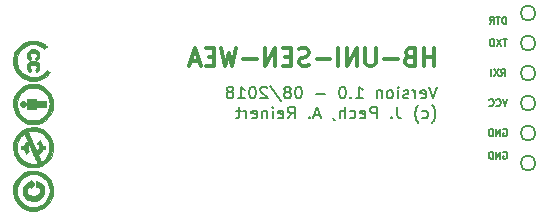
<source format=gbr>
G04 #@! TF.FileFunction,Legend,Bot*
%FSLAX46Y46*%
G04 Gerber Fmt 4.6, Leading zero omitted, Abs format (unit mm)*
G04 Created by KiCad (PCBNEW 4.0.7) date 08/08/18 17:07:12*
%MOMM*%
%LPD*%
G01*
G04 APERTURE LIST*
%ADD10C,0.100000*%
%ADD11C,0.200000*%
%ADD12C,0.300000*%
%ADD13C,0.150000*%
%ADD14C,0.010000*%
%ADD15C,2.000000*%
%ADD16O,2.000000X2.000000*%
%ADD17C,2.200000*%
%ADD18C,1.900000*%
%ADD19R,2.400000X2.400000*%
%ADD20C,2.400000*%
%ADD21C,1.750000*%
%ADD22R,3.000000X2.400000*%
%ADD23O,3.000000X2.400000*%
%ADD24O,1.900000X1.300000*%
%ADD25R,1.900000X1.300000*%
%ADD26R,1.600000X1.600000*%
%ADD27C,1.600000*%
%ADD28R,2.400000X3.000000*%
%ADD29O,2.400000X3.000000*%
G04 APERTURE END LIST*
D10*
D11*
X156114762Y-115442381D02*
X155781429Y-116442381D01*
X155448095Y-115442381D01*
X154733809Y-116394762D02*
X154829047Y-116442381D01*
X155019524Y-116442381D01*
X155114762Y-116394762D01*
X155162381Y-116299524D01*
X155162381Y-115918571D01*
X155114762Y-115823333D01*
X155019524Y-115775714D01*
X154829047Y-115775714D01*
X154733809Y-115823333D01*
X154686190Y-115918571D01*
X154686190Y-116013810D01*
X155162381Y-116109048D01*
X154257619Y-116442381D02*
X154257619Y-115775714D01*
X154257619Y-115966190D02*
X154210000Y-115870952D01*
X154162381Y-115823333D01*
X154067143Y-115775714D01*
X153971904Y-115775714D01*
X153686190Y-116394762D02*
X153590952Y-116442381D01*
X153400476Y-116442381D01*
X153305237Y-116394762D01*
X153257618Y-116299524D01*
X153257618Y-116251905D01*
X153305237Y-116156667D01*
X153400476Y-116109048D01*
X153543333Y-116109048D01*
X153638571Y-116061429D01*
X153686190Y-115966190D01*
X153686190Y-115918571D01*
X153638571Y-115823333D01*
X153543333Y-115775714D01*
X153400476Y-115775714D01*
X153305237Y-115823333D01*
X152829047Y-116442381D02*
X152829047Y-115775714D01*
X152829047Y-115442381D02*
X152876666Y-115490000D01*
X152829047Y-115537619D01*
X152781428Y-115490000D01*
X152829047Y-115442381D01*
X152829047Y-115537619D01*
X152210000Y-116442381D02*
X152305238Y-116394762D01*
X152352857Y-116347143D01*
X152400476Y-116251905D01*
X152400476Y-115966190D01*
X152352857Y-115870952D01*
X152305238Y-115823333D01*
X152210000Y-115775714D01*
X152067142Y-115775714D01*
X151971904Y-115823333D01*
X151924285Y-115870952D01*
X151876666Y-115966190D01*
X151876666Y-116251905D01*
X151924285Y-116347143D01*
X151971904Y-116394762D01*
X152067142Y-116442381D01*
X152210000Y-116442381D01*
X151448095Y-115775714D02*
X151448095Y-116442381D01*
X151448095Y-115870952D02*
X151400476Y-115823333D01*
X151305238Y-115775714D01*
X151162380Y-115775714D01*
X151067142Y-115823333D01*
X151019523Y-115918571D01*
X151019523Y-116442381D01*
X149257618Y-116442381D02*
X149829047Y-116442381D01*
X149543333Y-116442381D02*
X149543333Y-115442381D01*
X149638571Y-115585238D01*
X149733809Y-115680476D01*
X149829047Y-115728095D01*
X148829047Y-116347143D02*
X148781428Y-116394762D01*
X148829047Y-116442381D01*
X148876666Y-116394762D01*
X148829047Y-116347143D01*
X148829047Y-116442381D01*
X148162381Y-115442381D02*
X148067142Y-115442381D01*
X147971904Y-115490000D01*
X147924285Y-115537619D01*
X147876666Y-115632857D01*
X147829047Y-115823333D01*
X147829047Y-116061429D01*
X147876666Y-116251905D01*
X147924285Y-116347143D01*
X147971904Y-116394762D01*
X148067142Y-116442381D01*
X148162381Y-116442381D01*
X148257619Y-116394762D01*
X148305238Y-116347143D01*
X148352857Y-116251905D01*
X148400476Y-116061429D01*
X148400476Y-115823333D01*
X148352857Y-115632857D01*
X148305238Y-115537619D01*
X148257619Y-115490000D01*
X148162381Y-115442381D01*
X146638571Y-116061429D02*
X145876666Y-116061429D01*
X144448095Y-115442381D02*
X144352856Y-115442381D01*
X144257618Y-115490000D01*
X144209999Y-115537619D01*
X144162380Y-115632857D01*
X144114761Y-115823333D01*
X144114761Y-116061429D01*
X144162380Y-116251905D01*
X144209999Y-116347143D01*
X144257618Y-116394762D01*
X144352856Y-116442381D01*
X144448095Y-116442381D01*
X144543333Y-116394762D01*
X144590952Y-116347143D01*
X144638571Y-116251905D01*
X144686190Y-116061429D01*
X144686190Y-115823333D01*
X144638571Y-115632857D01*
X144590952Y-115537619D01*
X144543333Y-115490000D01*
X144448095Y-115442381D01*
X143543333Y-115870952D02*
X143638571Y-115823333D01*
X143686190Y-115775714D01*
X143733809Y-115680476D01*
X143733809Y-115632857D01*
X143686190Y-115537619D01*
X143638571Y-115490000D01*
X143543333Y-115442381D01*
X143352856Y-115442381D01*
X143257618Y-115490000D01*
X143209999Y-115537619D01*
X143162380Y-115632857D01*
X143162380Y-115680476D01*
X143209999Y-115775714D01*
X143257618Y-115823333D01*
X143352856Y-115870952D01*
X143543333Y-115870952D01*
X143638571Y-115918571D01*
X143686190Y-115966190D01*
X143733809Y-116061429D01*
X143733809Y-116251905D01*
X143686190Y-116347143D01*
X143638571Y-116394762D01*
X143543333Y-116442381D01*
X143352856Y-116442381D01*
X143257618Y-116394762D01*
X143209999Y-116347143D01*
X143162380Y-116251905D01*
X143162380Y-116061429D01*
X143209999Y-115966190D01*
X143257618Y-115918571D01*
X143352856Y-115870952D01*
X142019523Y-115394762D02*
X142876666Y-116680476D01*
X141733809Y-115537619D02*
X141686190Y-115490000D01*
X141590952Y-115442381D01*
X141352856Y-115442381D01*
X141257618Y-115490000D01*
X141209999Y-115537619D01*
X141162380Y-115632857D01*
X141162380Y-115728095D01*
X141209999Y-115870952D01*
X141781428Y-116442381D01*
X141162380Y-116442381D01*
X140543333Y-115442381D02*
X140448094Y-115442381D01*
X140352856Y-115490000D01*
X140305237Y-115537619D01*
X140257618Y-115632857D01*
X140209999Y-115823333D01*
X140209999Y-116061429D01*
X140257618Y-116251905D01*
X140305237Y-116347143D01*
X140352856Y-116394762D01*
X140448094Y-116442381D01*
X140543333Y-116442381D01*
X140638571Y-116394762D01*
X140686190Y-116347143D01*
X140733809Y-116251905D01*
X140781428Y-116061429D01*
X140781428Y-115823333D01*
X140733809Y-115632857D01*
X140686190Y-115537619D01*
X140638571Y-115490000D01*
X140543333Y-115442381D01*
X139257618Y-116442381D02*
X139829047Y-116442381D01*
X139543333Y-116442381D02*
X139543333Y-115442381D01*
X139638571Y-115585238D01*
X139733809Y-115680476D01*
X139829047Y-115728095D01*
X138686190Y-115870952D02*
X138781428Y-115823333D01*
X138829047Y-115775714D01*
X138876666Y-115680476D01*
X138876666Y-115632857D01*
X138829047Y-115537619D01*
X138781428Y-115490000D01*
X138686190Y-115442381D01*
X138495713Y-115442381D01*
X138400475Y-115490000D01*
X138352856Y-115537619D01*
X138305237Y-115632857D01*
X138305237Y-115680476D01*
X138352856Y-115775714D01*
X138400475Y-115823333D01*
X138495713Y-115870952D01*
X138686190Y-115870952D01*
X138781428Y-115918571D01*
X138829047Y-115966190D01*
X138876666Y-116061429D01*
X138876666Y-116251905D01*
X138829047Y-116347143D01*
X138781428Y-116394762D01*
X138686190Y-116442381D01*
X138495713Y-116442381D01*
X138400475Y-116394762D01*
X138352856Y-116347143D01*
X138305237Y-116251905D01*
X138305237Y-116061429D01*
X138352856Y-115966190D01*
X138400475Y-115918571D01*
X138495713Y-115870952D01*
X155686190Y-118523333D02*
X155733810Y-118475714D01*
X155829048Y-118332857D01*
X155876667Y-118237619D01*
X155924286Y-118094762D01*
X155971905Y-117856667D01*
X155971905Y-117666190D01*
X155924286Y-117428095D01*
X155876667Y-117285238D01*
X155829048Y-117190000D01*
X155733810Y-117047143D01*
X155686190Y-116999524D01*
X154876666Y-118094762D02*
X154971904Y-118142381D01*
X155162381Y-118142381D01*
X155257619Y-118094762D01*
X155305238Y-118047143D01*
X155352857Y-117951905D01*
X155352857Y-117666190D01*
X155305238Y-117570952D01*
X155257619Y-117523333D01*
X155162381Y-117475714D01*
X154971904Y-117475714D01*
X154876666Y-117523333D01*
X154543333Y-118523333D02*
X154495714Y-118475714D01*
X154400476Y-118332857D01*
X154352857Y-118237619D01*
X154305238Y-118094762D01*
X154257619Y-117856667D01*
X154257619Y-117666190D01*
X154305238Y-117428095D01*
X154352857Y-117285238D01*
X154400476Y-117190000D01*
X154495714Y-117047143D01*
X154543333Y-116999524D01*
X152733808Y-117142381D02*
X152733808Y-117856667D01*
X152781428Y-117999524D01*
X152876666Y-118094762D01*
X153019523Y-118142381D01*
X153114761Y-118142381D01*
X152257618Y-118047143D02*
X152209999Y-118094762D01*
X152257618Y-118142381D01*
X152305237Y-118094762D01*
X152257618Y-118047143D01*
X152257618Y-118142381D01*
X151019523Y-118142381D02*
X151019523Y-117142381D01*
X150638570Y-117142381D01*
X150543332Y-117190000D01*
X150495713Y-117237619D01*
X150448094Y-117332857D01*
X150448094Y-117475714D01*
X150495713Y-117570952D01*
X150543332Y-117618571D01*
X150638570Y-117666190D01*
X151019523Y-117666190D01*
X149638570Y-118094762D02*
X149733808Y-118142381D01*
X149924285Y-118142381D01*
X150019523Y-118094762D01*
X150067142Y-117999524D01*
X150067142Y-117618571D01*
X150019523Y-117523333D01*
X149924285Y-117475714D01*
X149733808Y-117475714D01*
X149638570Y-117523333D01*
X149590951Y-117618571D01*
X149590951Y-117713810D01*
X150067142Y-117809048D01*
X148733808Y-118094762D02*
X148829046Y-118142381D01*
X149019523Y-118142381D01*
X149114761Y-118094762D01*
X149162380Y-118047143D01*
X149209999Y-117951905D01*
X149209999Y-117666190D01*
X149162380Y-117570952D01*
X149114761Y-117523333D01*
X149019523Y-117475714D01*
X148829046Y-117475714D01*
X148733808Y-117523333D01*
X148305237Y-118142381D02*
X148305237Y-117142381D01*
X147876665Y-118142381D02*
X147876665Y-117618571D01*
X147924284Y-117523333D01*
X148019522Y-117475714D01*
X148162380Y-117475714D01*
X148257618Y-117523333D01*
X148305237Y-117570952D01*
X147352856Y-118094762D02*
X147352856Y-118142381D01*
X147400475Y-118237619D01*
X147448094Y-118285238D01*
X146209999Y-117856667D02*
X145733808Y-117856667D01*
X146305237Y-118142381D02*
X145971904Y-117142381D01*
X145638570Y-118142381D01*
X145305237Y-118047143D02*
X145257618Y-118094762D01*
X145305237Y-118142381D01*
X145352856Y-118094762D01*
X145305237Y-118047143D01*
X145305237Y-118142381D01*
X143495713Y-118142381D02*
X143829047Y-117666190D01*
X144067142Y-118142381D02*
X144067142Y-117142381D01*
X143686189Y-117142381D01*
X143590951Y-117190000D01*
X143543332Y-117237619D01*
X143495713Y-117332857D01*
X143495713Y-117475714D01*
X143543332Y-117570952D01*
X143590951Y-117618571D01*
X143686189Y-117666190D01*
X144067142Y-117666190D01*
X142686189Y-118094762D02*
X142781427Y-118142381D01*
X142971904Y-118142381D01*
X143067142Y-118094762D01*
X143114761Y-117999524D01*
X143114761Y-117618571D01*
X143067142Y-117523333D01*
X142971904Y-117475714D01*
X142781427Y-117475714D01*
X142686189Y-117523333D01*
X142638570Y-117618571D01*
X142638570Y-117713810D01*
X143114761Y-117809048D01*
X142209999Y-118142381D02*
X142209999Y-117475714D01*
X142209999Y-117142381D02*
X142257618Y-117190000D01*
X142209999Y-117237619D01*
X142162380Y-117190000D01*
X142209999Y-117142381D01*
X142209999Y-117237619D01*
X141733809Y-117475714D02*
X141733809Y-118142381D01*
X141733809Y-117570952D02*
X141686190Y-117523333D01*
X141590952Y-117475714D01*
X141448094Y-117475714D01*
X141352856Y-117523333D01*
X141305237Y-117618571D01*
X141305237Y-118142381D01*
X140448094Y-118094762D02*
X140543332Y-118142381D01*
X140733809Y-118142381D01*
X140829047Y-118094762D01*
X140876666Y-117999524D01*
X140876666Y-117618571D01*
X140829047Y-117523333D01*
X140733809Y-117475714D01*
X140543332Y-117475714D01*
X140448094Y-117523333D01*
X140400475Y-117618571D01*
X140400475Y-117713810D01*
X140876666Y-117809048D01*
X139971904Y-118142381D02*
X139971904Y-117475714D01*
X139971904Y-117666190D02*
X139924285Y-117570952D01*
X139876666Y-117523333D01*
X139781428Y-117475714D01*
X139686189Y-117475714D01*
X139495713Y-117475714D02*
X139114761Y-117475714D01*
X139352856Y-117142381D02*
X139352856Y-117999524D01*
X139305237Y-118094762D01*
X139209999Y-118142381D01*
X139114761Y-118142381D01*
D12*
X155852857Y-113708571D02*
X155852857Y-112208571D01*
X155852857Y-112922857D02*
X154995714Y-112922857D01*
X154995714Y-113708571D02*
X154995714Y-112208571D01*
X153781428Y-112922857D02*
X153567142Y-112994286D01*
X153495714Y-113065714D01*
X153424285Y-113208571D01*
X153424285Y-113422857D01*
X153495714Y-113565714D01*
X153567142Y-113637143D01*
X153710000Y-113708571D01*
X154281428Y-113708571D01*
X154281428Y-112208571D01*
X153781428Y-112208571D01*
X153638571Y-112280000D01*
X153567142Y-112351429D01*
X153495714Y-112494286D01*
X153495714Y-112637143D01*
X153567142Y-112780000D01*
X153638571Y-112851429D01*
X153781428Y-112922857D01*
X154281428Y-112922857D01*
X152781428Y-113137143D02*
X151638571Y-113137143D01*
X150924285Y-112208571D02*
X150924285Y-113422857D01*
X150852857Y-113565714D01*
X150781428Y-113637143D01*
X150638571Y-113708571D01*
X150352857Y-113708571D01*
X150209999Y-113637143D01*
X150138571Y-113565714D01*
X150067142Y-113422857D01*
X150067142Y-112208571D01*
X149352856Y-113708571D02*
X149352856Y-112208571D01*
X148495713Y-113708571D01*
X148495713Y-112208571D01*
X147781427Y-113708571D02*
X147781427Y-112208571D01*
X147067141Y-113137143D02*
X145924284Y-113137143D01*
X145281427Y-113637143D02*
X145067141Y-113708571D01*
X144709998Y-113708571D01*
X144567141Y-113637143D01*
X144495712Y-113565714D01*
X144424284Y-113422857D01*
X144424284Y-113280000D01*
X144495712Y-113137143D01*
X144567141Y-113065714D01*
X144709998Y-112994286D01*
X144995712Y-112922857D01*
X145138570Y-112851429D01*
X145209998Y-112780000D01*
X145281427Y-112637143D01*
X145281427Y-112494286D01*
X145209998Y-112351429D01*
X145138570Y-112280000D01*
X144995712Y-112208571D01*
X144638570Y-112208571D01*
X144424284Y-112280000D01*
X143781427Y-112922857D02*
X143281427Y-112922857D01*
X143067141Y-113708571D02*
X143781427Y-113708571D01*
X143781427Y-112208571D01*
X143067141Y-112208571D01*
X142424284Y-113708571D02*
X142424284Y-112208571D01*
X141567141Y-113708571D01*
X141567141Y-112208571D01*
X140852855Y-113137143D02*
X139709998Y-113137143D01*
X139138569Y-112208571D02*
X138781426Y-113708571D01*
X138495712Y-112637143D01*
X138209998Y-113708571D01*
X137852855Y-112208571D01*
X137281426Y-112922857D02*
X136781426Y-112922857D01*
X136567140Y-113708571D02*
X137281426Y-113708571D01*
X137281426Y-112208571D01*
X136567140Y-112208571D01*
X135995712Y-113280000D02*
X135281426Y-113280000D01*
X136138569Y-113708571D02*
X135638569Y-112208571D01*
X135138569Y-113708571D01*
D13*
X164465000Y-121920000D02*
G75*
G03X164465000Y-121920000I-635000J0D01*
G01*
X164465000Y-119380000D02*
G75*
G03X164465000Y-119380000I-635000J0D01*
G01*
X164465000Y-116840000D02*
G75*
G03X164465000Y-116840000I-635000J0D01*
G01*
X164465000Y-114300000D02*
G75*
G03X164465000Y-114300000I-635000J0D01*
G01*
X164465000Y-111760000D02*
G75*
G03X164465000Y-111760000I-635000J0D01*
G01*
X164465000Y-109220000D02*
G75*
G03X164465000Y-109220000I-635000J0D01*
G01*
D14*
G36*
X120254312Y-113535452D02*
X120295462Y-113733725D01*
X120307223Y-113772947D01*
X120396488Y-113996600D01*
X120515744Y-114205349D01*
X120661676Y-114395466D01*
X120830969Y-114563224D01*
X121020308Y-114704896D01*
X121226376Y-114816755D01*
X121241794Y-114823569D01*
X121461758Y-114900890D01*
X121691675Y-114947461D01*
X121926356Y-114963699D01*
X122160611Y-114950018D01*
X122389251Y-114906832D01*
X122607086Y-114834558D01*
X122808927Y-114733610D01*
X122872500Y-114693158D01*
X123060499Y-114545482D01*
X123225048Y-114373962D01*
X123364516Y-114182515D01*
X123477273Y-113975059D01*
X123561687Y-113755508D01*
X123616128Y-113527781D01*
X123638963Y-113295793D01*
X123628563Y-113063461D01*
X123606684Y-112930214D01*
X123537314Y-112683817D01*
X123436971Y-112456250D01*
X123306071Y-112248147D01*
X123145030Y-112060147D01*
X122954264Y-111892887D01*
X122905947Y-111857217D01*
X122704507Y-111735062D01*
X122487448Y-111643556D01*
X122259383Y-111583224D01*
X122024923Y-111554591D01*
X121908593Y-111556359D01*
X121908593Y-111862428D01*
X122116538Y-111874262D01*
X122321799Y-111918908D01*
X122521129Y-111996584D01*
X122711280Y-112107504D01*
X122788910Y-112165075D01*
X122945609Y-112311697D01*
X123080442Y-112483365D01*
X123189028Y-112673330D01*
X123266981Y-112874840D01*
X123279867Y-112921143D01*
X123305972Y-113065770D01*
X123316701Y-113228004D01*
X123312064Y-113393053D01*
X123292073Y-113546124D01*
X123279329Y-113602419D01*
X123227458Y-113755551D01*
X123152836Y-113914941D01*
X123062765Y-114066515D01*
X122981597Y-114176193D01*
X122831264Y-114329816D01*
X122660698Y-114455176D01*
X122473611Y-114551275D01*
X122273716Y-114617110D01*
X122064726Y-114651683D01*
X121850353Y-114653992D01*
X121634311Y-114623039D01*
X121481748Y-114580254D01*
X121307824Y-114507027D01*
X121147429Y-114408761D01*
X120993287Y-114280733D01*
X120940286Y-114228849D01*
X120796997Y-114060604D01*
X120686805Y-113879645D01*
X120608596Y-113683463D01*
X120561257Y-113469551D01*
X120548054Y-113344553D01*
X120550118Y-113121060D01*
X120586944Y-112905847D01*
X120657550Y-112701546D01*
X120760951Y-112510792D01*
X120896166Y-112336218D01*
X120942288Y-112287894D01*
X121114934Y-112138903D01*
X121301135Y-112021645D01*
X121497644Y-111936336D01*
X121701212Y-111883191D01*
X121908593Y-111862428D01*
X121908593Y-111556359D01*
X121788677Y-111558183D01*
X121555259Y-111594524D01*
X121329279Y-111664141D01*
X121303143Y-111674648D01*
X121082588Y-111784284D01*
X120880959Y-111922148D01*
X120701273Y-112085087D01*
X120546549Y-112269946D01*
X120419804Y-112473573D01*
X120324055Y-112692813D01*
X120321314Y-112700695D01*
X120270102Y-112894384D01*
X120241771Y-113105157D01*
X120236461Y-113322387D01*
X120254312Y-113535452D01*
X120254312Y-113535452D01*
G37*
X120254312Y-113535452D02*
X120295462Y-113733725D01*
X120307223Y-113772947D01*
X120396488Y-113996600D01*
X120515744Y-114205349D01*
X120661676Y-114395466D01*
X120830969Y-114563224D01*
X121020308Y-114704896D01*
X121226376Y-114816755D01*
X121241794Y-114823569D01*
X121461758Y-114900890D01*
X121691675Y-114947461D01*
X121926356Y-114963699D01*
X122160611Y-114950018D01*
X122389251Y-114906832D01*
X122607086Y-114834558D01*
X122808927Y-114733610D01*
X122872500Y-114693158D01*
X123060499Y-114545482D01*
X123225048Y-114373962D01*
X123364516Y-114182515D01*
X123477273Y-113975059D01*
X123561687Y-113755508D01*
X123616128Y-113527781D01*
X123638963Y-113295793D01*
X123628563Y-113063461D01*
X123606684Y-112930214D01*
X123537314Y-112683817D01*
X123436971Y-112456250D01*
X123306071Y-112248147D01*
X123145030Y-112060147D01*
X122954264Y-111892887D01*
X122905947Y-111857217D01*
X122704507Y-111735062D01*
X122487448Y-111643556D01*
X122259383Y-111583224D01*
X122024923Y-111554591D01*
X121908593Y-111556359D01*
X121908593Y-111862428D01*
X122116538Y-111874262D01*
X122321799Y-111918908D01*
X122521129Y-111996584D01*
X122711280Y-112107504D01*
X122788910Y-112165075D01*
X122945609Y-112311697D01*
X123080442Y-112483365D01*
X123189028Y-112673330D01*
X123266981Y-112874840D01*
X123279867Y-112921143D01*
X123305972Y-113065770D01*
X123316701Y-113228004D01*
X123312064Y-113393053D01*
X123292073Y-113546124D01*
X123279329Y-113602419D01*
X123227458Y-113755551D01*
X123152836Y-113914941D01*
X123062765Y-114066515D01*
X122981597Y-114176193D01*
X122831264Y-114329816D01*
X122660698Y-114455176D01*
X122473611Y-114551275D01*
X122273716Y-114617110D01*
X122064726Y-114651683D01*
X121850353Y-114653992D01*
X121634311Y-114623039D01*
X121481748Y-114580254D01*
X121307824Y-114507027D01*
X121147429Y-114408761D01*
X120993287Y-114280733D01*
X120940286Y-114228849D01*
X120796997Y-114060604D01*
X120686805Y-113879645D01*
X120608596Y-113683463D01*
X120561257Y-113469551D01*
X120548054Y-113344553D01*
X120550118Y-113121060D01*
X120586944Y-112905847D01*
X120657550Y-112701546D01*
X120760951Y-112510792D01*
X120896166Y-112336218D01*
X120942288Y-112287894D01*
X121114934Y-112138903D01*
X121301135Y-112021645D01*
X121497644Y-111936336D01*
X121701212Y-111883191D01*
X121908593Y-111862428D01*
X121908593Y-111556359D01*
X121788677Y-111558183D01*
X121555259Y-111594524D01*
X121329279Y-111664141D01*
X121303143Y-111674648D01*
X121082588Y-111784284D01*
X120880959Y-111922148D01*
X120701273Y-112085087D01*
X120546549Y-112269946D01*
X120419804Y-112473573D01*
X120324055Y-112692813D01*
X120321314Y-112700695D01*
X120270102Y-112894384D01*
X120241771Y-113105157D01*
X120236461Y-113322387D01*
X120254312Y-113535452D01*
G36*
X120243740Y-117108857D02*
X120282254Y-117341921D01*
X120351186Y-117565231D01*
X120441776Y-117758167D01*
X120577559Y-117965262D01*
X120738907Y-118148630D01*
X120922913Y-118306030D01*
X121126671Y-118435226D01*
X121347273Y-118533976D01*
X121515390Y-118585088D01*
X121655681Y-118610319D01*
X121817520Y-118624147D01*
X121988210Y-118626565D01*
X122155057Y-118617568D01*
X122305362Y-118597151D01*
X122359225Y-118585485D01*
X122582520Y-118514129D01*
X122786300Y-118414260D01*
X122974705Y-118283477D01*
X123137600Y-118134220D01*
X123304306Y-117938796D01*
X123437926Y-117729216D01*
X123539542Y-117503543D01*
X123599217Y-117307278D01*
X123617202Y-117206423D01*
X123629235Y-117082220D01*
X123634997Y-116947166D01*
X123634170Y-116813759D01*
X123626436Y-116694495D01*
X123616588Y-116625315D01*
X123557328Y-116393869D01*
X123471066Y-116182246D01*
X123355249Y-115985791D01*
X123207321Y-115799853D01*
X123105764Y-115694956D01*
X122921506Y-115536714D01*
X122728922Y-115412130D01*
X122523741Y-115318803D01*
X122336289Y-115262269D01*
X122226727Y-115243083D01*
X122093881Y-115230683D01*
X121949675Y-115225246D01*
X121942607Y-115225329D01*
X121942607Y-115533833D01*
X122098655Y-115540785D01*
X122239429Y-115561872D01*
X122264413Y-115567759D01*
X122468893Y-115637796D01*
X122661730Y-115740177D01*
X122837767Y-115871546D01*
X122991846Y-116028544D01*
X123014066Y-116055754D01*
X123097798Y-116167294D01*
X123161164Y-116268413D01*
X123211442Y-116372187D01*
X123254699Y-116488068D01*
X123304973Y-116692010D01*
X123324120Y-116906315D01*
X123311855Y-117122231D01*
X123280751Y-117284357D01*
X123214796Y-117473539D01*
X123117656Y-117655961D01*
X122994171Y-117825741D01*
X122849184Y-117976997D01*
X122687536Y-118103847D01*
X122534403Y-118191063D01*
X122409954Y-118244638D01*
X122294559Y-118281418D01*
X122176070Y-118303965D01*
X122042342Y-118314841D01*
X121938143Y-118316875D01*
X121793101Y-118313507D01*
X121671094Y-118300754D01*
X121559453Y-118275699D01*
X121445509Y-118235428D01*
X121316592Y-118177025D01*
X121304353Y-118171040D01*
X121226167Y-118130667D01*
X121161933Y-118091559D01*
X121102107Y-118046552D01*
X121037143Y-117988483D01*
X120959639Y-117912346D01*
X120869968Y-117818358D01*
X120801951Y-117737310D01*
X120748449Y-117660057D01*
X120710206Y-117592750D01*
X120621140Y-117384782D01*
X120565986Y-117168369D01*
X120545044Y-116947566D01*
X120558611Y-116726423D01*
X120606987Y-116508993D01*
X120625982Y-116451655D01*
X120709450Y-116268441D01*
X120823950Y-116095247D01*
X120964614Y-115936817D01*
X121126574Y-115797898D01*
X121304961Y-115683236D01*
X121494907Y-115597576D01*
X121506211Y-115593585D01*
X121634047Y-115560653D01*
X121783625Y-115540596D01*
X121942607Y-115533833D01*
X121942607Y-115225329D01*
X121806033Y-115226948D01*
X121674880Y-115235964D01*
X121574842Y-115251011D01*
X121348721Y-115317124D01*
X121133389Y-115415819D01*
X120932646Y-115544072D01*
X120750295Y-115698858D01*
X120590137Y-115877153D01*
X120455976Y-116075931D01*
X120396965Y-116188022D01*
X120312255Y-116405621D01*
X120258585Y-116635258D01*
X120235798Y-116871486D01*
X120243740Y-117108857D01*
X120243740Y-117108857D01*
G37*
X120243740Y-117108857D02*
X120282254Y-117341921D01*
X120351186Y-117565231D01*
X120441776Y-117758167D01*
X120577559Y-117965262D01*
X120738907Y-118148630D01*
X120922913Y-118306030D01*
X121126671Y-118435226D01*
X121347273Y-118533976D01*
X121515390Y-118585088D01*
X121655681Y-118610319D01*
X121817520Y-118624147D01*
X121988210Y-118626565D01*
X122155057Y-118617568D01*
X122305362Y-118597151D01*
X122359225Y-118585485D01*
X122582520Y-118514129D01*
X122786300Y-118414260D01*
X122974705Y-118283477D01*
X123137600Y-118134220D01*
X123304306Y-117938796D01*
X123437926Y-117729216D01*
X123539542Y-117503543D01*
X123599217Y-117307278D01*
X123617202Y-117206423D01*
X123629235Y-117082220D01*
X123634997Y-116947166D01*
X123634170Y-116813759D01*
X123626436Y-116694495D01*
X123616588Y-116625315D01*
X123557328Y-116393869D01*
X123471066Y-116182246D01*
X123355249Y-115985791D01*
X123207321Y-115799853D01*
X123105764Y-115694956D01*
X122921506Y-115536714D01*
X122728922Y-115412130D01*
X122523741Y-115318803D01*
X122336289Y-115262269D01*
X122226727Y-115243083D01*
X122093881Y-115230683D01*
X121949675Y-115225246D01*
X121942607Y-115225329D01*
X121942607Y-115533833D01*
X122098655Y-115540785D01*
X122239429Y-115561872D01*
X122264413Y-115567759D01*
X122468893Y-115637796D01*
X122661730Y-115740177D01*
X122837767Y-115871546D01*
X122991846Y-116028544D01*
X123014066Y-116055754D01*
X123097798Y-116167294D01*
X123161164Y-116268413D01*
X123211442Y-116372187D01*
X123254699Y-116488068D01*
X123304973Y-116692010D01*
X123324120Y-116906315D01*
X123311855Y-117122231D01*
X123280751Y-117284357D01*
X123214796Y-117473539D01*
X123117656Y-117655961D01*
X122994171Y-117825741D01*
X122849184Y-117976997D01*
X122687536Y-118103847D01*
X122534403Y-118191063D01*
X122409954Y-118244638D01*
X122294559Y-118281418D01*
X122176070Y-118303965D01*
X122042342Y-118314841D01*
X121938143Y-118316875D01*
X121793101Y-118313507D01*
X121671094Y-118300754D01*
X121559453Y-118275699D01*
X121445509Y-118235428D01*
X121316592Y-118177025D01*
X121304353Y-118171040D01*
X121226167Y-118130667D01*
X121161933Y-118091559D01*
X121102107Y-118046552D01*
X121037143Y-117988483D01*
X120959639Y-117912346D01*
X120869968Y-117818358D01*
X120801951Y-117737310D01*
X120748449Y-117660057D01*
X120710206Y-117592750D01*
X120621140Y-117384782D01*
X120565986Y-117168369D01*
X120545044Y-116947566D01*
X120558611Y-116726423D01*
X120606987Y-116508993D01*
X120625982Y-116451655D01*
X120709450Y-116268441D01*
X120823950Y-116095247D01*
X120964614Y-115936817D01*
X121126574Y-115797898D01*
X121304961Y-115683236D01*
X121494907Y-115597576D01*
X121506211Y-115593585D01*
X121634047Y-115560653D01*
X121783625Y-115540596D01*
X121942607Y-115533833D01*
X121942607Y-115225329D01*
X121806033Y-115226948D01*
X121674880Y-115235964D01*
X121574842Y-115251011D01*
X121348721Y-115317124D01*
X121133389Y-115415819D01*
X120932646Y-115544072D01*
X120750295Y-115698858D01*
X120590137Y-115877153D01*
X120455976Y-116075931D01*
X120396965Y-116188022D01*
X120312255Y-116405621D01*
X120258585Y-116635258D01*
X120235798Y-116871486D01*
X120243740Y-117108857D01*
G36*
X120242048Y-120749497D02*
X120279157Y-120984964D01*
X120346043Y-121211241D01*
X120442012Y-121422838D01*
X120503755Y-121526126D01*
X120654803Y-121725099D01*
X120829231Y-121897477D01*
X121024674Y-122041565D01*
X121238767Y-122155670D01*
X121469145Y-122238097D01*
X121514017Y-122249902D01*
X121657181Y-122275828D01*
X121821654Y-122289851D01*
X121994642Y-122291966D01*
X122163350Y-122282170D01*
X122314984Y-122260455D01*
X122360896Y-122250228D01*
X122581014Y-122180023D01*
X122781150Y-122082718D01*
X122966302Y-121955384D01*
X123141468Y-121795096D01*
X123145952Y-121790444D01*
X123291149Y-121624178D01*
X123406251Y-121456865D01*
X123496649Y-121279883D01*
X123546876Y-121149276D01*
X123607526Y-120920011D01*
X123637256Y-120682941D01*
X123635379Y-120446738D01*
X123615000Y-120287143D01*
X123556381Y-120061831D01*
X123465550Y-119845807D01*
X123345774Y-119642824D01*
X123200321Y-119456631D01*
X123032458Y-119290980D01*
X122845453Y-119149622D01*
X122642574Y-119036308D01*
X122464286Y-118966183D01*
X122349110Y-118932458D01*
X122243330Y-118909760D01*
X122135805Y-118896773D01*
X122015390Y-118892183D01*
X121932653Y-118893609D01*
X121932653Y-119198886D01*
X122109028Y-119207432D01*
X122265411Y-119234328D01*
X122414643Y-119282478D01*
X122527786Y-119333379D01*
X122726105Y-119450747D01*
X122897745Y-119592631D01*
X123043399Y-119759726D01*
X123163761Y-119952726D01*
X123182654Y-119989985D01*
X123233919Y-120101604D01*
X123270444Y-120201625D01*
X123294190Y-120300093D01*
X123307115Y-120407052D01*
X123311182Y-120532548D01*
X123309701Y-120640928D01*
X123305462Y-120756783D01*
X123298873Y-120845421D01*
X123288794Y-120915889D01*
X123274087Y-120977236D01*
X123262897Y-121012465D01*
X123198043Y-121177452D01*
X123121601Y-121320614D01*
X123026262Y-121453674D01*
X122904717Y-121588352D01*
X122902105Y-121591005D01*
X122820668Y-121669337D01*
X122746668Y-121732461D01*
X122684215Y-121777432D01*
X122637421Y-121801307D01*
X122610396Y-121801142D01*
X122609619Y-121800431D01*
X122597732Y-121779710D01*
X122574544Y-121732457D01*
X122543012Y-121665282D01*
X122506097Y-121584792D01*
X122466758Y-121497595D01*
X122427955Y-121410300D01*
X122392646Y-121329516D01*
X122363792Y-121261849D01*
X122344352Y-121213909D01*
X122337286Y-121192347D01*
X122352531Y-121178463D01*
X122389726Y-121161458D01*
X122394635Y-121159700D01*
X122493238Y-121106869D01*
X122578617Y-121024408D01*
X122646175Y-120917931D01*
X122689775Y-120799208D01*
X122711694Y-120713500D01*
X122837454Y-120711376D01*
X122963214Y-120709253D01*
X122963214Y-120513928D01*
X122704660Y-120503358D01*
X122692589Y-120396666D01*
X122671440Y-120301675D01*
X122631814Y-120196910D01*
X122580683Y-120098461D01*
X122535597Y-120034366D01*
X122498461Y-119990231D01*
X122377841Y-120110851D01*
X122257222Y-120231471D01*
X122296367Y-120273140D01*
X122346820Y-120344844D01*
X122384262Y-120433433D01*
X122407079Y-120529297D01*
X122413657Y-120622826D01*
X122402382Y-120704408D01*
X122377629Y-120757083D01*
X122349061Y-120786772D01*
X122312767Y-120800706D01*
X122254737Y-120804214D01*
X122253720Y-120804214D01*
X122199130Y-120802109D01*
X122167513Y-120791140D01*
X122145605Y-120764323D01*
X122133102Y-120740714D01*
X122108646Y-120689855D01*
X122073905Y-120614545D01*
X122030654Y-120518873D01*
X121980670Y-120406926D01*
X121925728Y-120282793D01*
X121867603Y-120150560D01*
X121808071Y-120014315D01*
X121748907Y-119878145D01*
X121691887Y-119746140D01*
X121638787Y-119622385D01*
X121591382Y-119510969D01*
X121551448Y-119415980D01*
X121520760Y-119341505D01*
X121501094Y-119291631D01*
X121494225Y-119270446D01*
X121494300Y-119270079D01*
X121520329Y-119254594D01*
X121574686Y-119238846D01*
X121649442Y-119224123D01*
X121736675Y-119211712D01*
X121828456Y-119202899D01*
X121916861Y-119198974D01*
X121932653Y-119198886D01*
X121932653Y-118893609D01*
X121870944Y-118894673D01*
X121861368Y-118895016D01*
X121631914Y-118915045D01*
X121425014Y-118958987D01*
X121233979Y-119029269D01*
X121165202Y-119066729D01*
X121165202Y-119434630D01*
X121181931Y-119450166D01*
X121206615Y-119490722D01*
X121233932Y-119547544D01*
X121234139Y-119548022D01*
X121261798Y-119611491D01*
X121298991Y-119696129D01*
X121340452Y-119789976D01*
X121373920Y-119865374D01*
X121464776Y-120069534D01*
X121392787Y-120106260D01*
X121304738Y-120171479D01*
X121234984Y-120267788D01*
X121183778Y-120394796D01*
X121168355Y-120454964D01*
X121160755Y-120481079D01*
X121146700Y-120495997D01*
X121117547Y-120502850D01*
X121064657Y-120504769D01*
X121030654Y-120504857D01*
X120904000Y-120504857D01*
X120904000Y-120704428D01*
X121156356Y-120704428D01*
X121167508Y-120772464D01*
X121186662Y-120855114D01*
X121216024Y-120943444D01*
X121250534Y-121024314D01*
X121285133Y-121084584D01*
X121290297Y-121091385D01*
X121330357Y-121141383D01*
X121546463Y-120922621D01*
X121504717Y-120836696D01*
X121470182Y-120744013D01*
X121454011Y-120651475D01*
X121455488Y-120565922D01*
X121473896Y-120494195D01*
X121508519Y-120443134D01*
X121548204Y-120421560D01*
X121589064Y-120417920D01*
X121611973Y-120425450D01*
X121622779Y-120445220D01*
X121646267Y-120494075D01*
X121680610Y-120567903D01*
X121723976Y-120662596D01*
X121774538Y-120774046D01*
X121830464Y-120898142D01*
X121889927Y-121030775D01*
X121951096Y-121167837D01*
X122012142Y-121305218D01*
X122071236Y-121438809D01*
X122126547Y-121564501D01*
X122176248Y-121678184D01*
X122218508Y-121775750D01*
X122251498Y-121853089D01*
X122273388Y-121906091D01*
X122282349Y-121930649D01*
X122282469Y-121931492D01*
X122267183Y-121949742D01*
X122232964Y-121962829D01*
X122070735Y-121985011D01*
X121892093Y-121987527D01*
X121710588Y-121971174D01*
X121539770Y-121936753D01*
X121478069Y-121918303D01*
X121305202Y-121843341D01*
X121137790Y-121737572D01*
X120981628Y-121606473D01*
X120842512Y-121455522D01*
X120726238Y-121290195D01*
X120644693Y-121130748D01*
X120578972Y-120928792D01*
X120545900Y-120717543D01*
X120545022Y-120502563D01*
X120575881Y-120289415D01*
X120638022Y-120083661D01*
X120730989Y-119890866D01*
X120748688Y-119861601D01*
X120787976Y-119805957D01*
X120841620Y-119739994D01*
X120904270Y-119669194D01*
X120970576Y-119599044D01*
X121035187Y-119535028D01*
X121092754Y-119482631D01*
X121137925Y-119447338D01*
X121165202Y-119434630D01*
X121165202Y-119066729D01*
X121052123Y-119128319D01*
X120883302Y-119250043D01*
X120722592Y-119396739D01*
X120578384Y-119563283D01*
X120455939Y-119742318D01*
X120360517Y-119926489D01*
X120316319Y-120042846D01*
X120259936Y-120272949D01*
X120235410Y-120510329D01*
X120242048Y-120749497D01*
X120242048Y-120749497D01*
G37*
X120242048Y-120749497D02*
X120279157Y-120984964D01*
X120346043Y-121211241D01*
X120442012Y-121422838D01*
X120503755Y-121526126D01*
X120654803Y-121725099D01*
X120829231Y-121897477D01*
X121024674Y-122041565D01*
X121238767Y-122155670D01*
X121469145Y-122238097D01*
X121514017Y-122249902D01*
X121657181Y-122275828D01*
X121821654Y-122289851D01*
X121994642Y-122291966D01*
X122163350Y-122282170D01*
X122314984Y-122260455D01*
X122360896Y-122250228D01*
X122581014Y-122180023D01*
X122781150Y-122082718D01*
X122966302Y-121955384D01*
X123141468Y-121795096D01*
X123145952Y-121790444D01*
X123291149Y-121624178D01*
X123406251Y-121456865D01*
X123496649Y-121279883D01*
X123546876Y-121149276D01*
X123607526Y-120920011D01*
X123637256Y-120682941D01*
X123635379Y-120446738D01*
X123615000Y-120287143D01*
X123556381Y-120061831D01*
X123465550Y-119845807D01*
X123345774Y-119642824D01*
X123200321Y-119456631D01*
X123032458Y-119290980D01*
X122845453Y-119149622D01*
X122642574Y-119036308D01*
X122464286Y-118966183D01*
X122349110Y-118932458D01*
X122243330Y-118909760D01*
X122135805Y-118896773D01*
X122015390Y-118892183D01*
X121932653Y-118893609D01*
X121932653Y-119198886D01*
X122109028Y-119207432D01*
X122265411Y-119234328D01*
X122414643Y-119282478D01*
X122527786Y-119333379D01*
X122726105Y-119450747D01*
X122897745Y-119592631D01*
X123043399Y-119759726D01*
X123163761Y-119952726D01*
X123182654Y-119989985D01*
X123233919Y-120101604D01*
X123270444Y-120201625D01*
X123294190Y-120300093D01*
X123307115Y-120407052D01*
X123311182Y-120532548D01*
X123309701Y-120640928D01*
X123305462Y-120756783D01*
X123298873Y-120845421D01*
X123288794Y-120915889D01*
X123274087Y-120977236D01*
X123262897Y-121012465D01*
X123198043Y-121177452D01*
X123121601Y-121320614D01*
X123026262Y-121453674D01*
X122904717Y-121588352D01*
X122902105Y-121591005D01*
X122820668Y-121669337D01*
X122746668Y-121732461D01*
X122684215Y-121777432D01*
X122637421Y-121801307D01*
X122610396Y-121801142D01*
X122609619Y-121800431D01*
X122597732Y-121779710D01*
X122574544Y-121732457D01*
X122543012Y-121665282D01*
X122506097Y-121584792D01*
X122466758Y-121497595D01*
X122427955Y-121410300D01*
X122392646Y-121329516D01*
X122363792Y-121261849D01*
X122344352Y-121213909D01*
X122337286Y-121192347D01*
X122352531Y-121178463D01*
X122389726Y-121161458D01*
X122394635Y-121159700D01*
X122493238Y-121106869D01*
X122578617Y-121024408D01*
X122646175Y-120917931D01*
X122689775Y-120799208D01*
X122711694Y-120713500D01*
X122837454Y-120711376D01*
X122963214Y-120709253D01*
X122963214Y-120513928D01*
X122704660Y-120503358D01*
X122692589Y-120396666D01*
X122671440Y-120301675D01*
X122631814Y-120196910D01*
X122580683Y-120098461D01*
X122535597Y-120034366D01*
X122498461Y-119990231D01*
X122377841Y-120110851D01*
X122257222Y-120231471D01*
X122296367Y-120273140D01*
X122346820Y-120344844D01*
X122384262Y-120433433D01*
X122407079Y-120529297D01*
X122413657Y-120622826D01*
X122402382Y-120704408D01*
X122377629Y-120757083D01*
X122349061Y-120786772D01*
X122312767Y-120800706D01*
X122254737Y-120804214D01*
X122253720Y-120804214D01*
X122199130Y-120802109D01*
X122167513Y-120791140D01*
X122145605Y-120764323D01*
X122133102Y-120740714D01*
X122108646Y-120689855D01*
X122073905Y-120614545D01*
X122030654Y-120518873D01*
X121980670Y-120406926D01*
X121925728Y-120282793D01*
X121867603Y-120150560D01*
X121808071Y-120014315D01*
X121748907Y-119878145D01*
X121691887Y-119746140D01*
X121638787Y-119622385D01*
X121591382Y-119510969D01*
X121551448Y-119415980D01*
X121520760Y-119341505D01*
X121501094Y-119291631D01*
X121494225Y-119270446D01*
X121494300Y-119270079D01*
X121520329Y-119254594D01*
X121574686Y-119238846D01*
X121649442Y-119224123D01*
X121736675Y-119211712D01*
X121828456Y-119202899D01*
X121916861Y-119198974D01*
X121932653Y-119198886D01*
X121932653Y-118893609D01*
X121870944Y-118894673D01*
X121861368Y-118895016D01*
X121631914Y-118915045D01*
X121425014Y-118958987D01*
X121233979Y-119029269D01*
X121165202Y-119066729D01*
X121165202Y-119434630D01*
X121181931Y-119450166D01*
X121206615Y-119490722D01*
X121233932Y-119547544D01*
X121234139Y-119548022D01*
X121261798Y-119611491D01*
X121298991Y-119696129D01*
X121340452Y-119789976D01*
X121373920Y-119865374D01*
X121464776Y-120069534D01*
X121392787Y-120106260D01*
X121304738Y-120171479D01*
X121234984Y-120267788D01*
X121183778Y-120394796D01*
X121168355Y-120454964D01*
X121160755Y-120481079D01*
X121146700Y-120495997D01*
X121117547Y-120502850D01*
X121064657Y-120504769D01*
X121030654Y-120504857D01*
X120904000Y-120504857D01*
X120904000Y-120704428D01*
X121156356Y-120704428D01*
X121167508Y-120772464D01*
X121186662Y-120855114D01*
X121216024Y-120943444D01*
X121250534Y-121024314D01*
X121285133Y-121084584D01*
X121290297Y-121091385D01*
X121330357Y-121141383D01*
X121546463Y-120922621D01*
X121504717Y-120836696D01*
X121470182Y-120744013D01*
X121454011Y-120651475D01*
X121455488Y-120565922D01*
X121473896Y-120494195D01*
X121508519Y-120443134D01*
X121548204Y-120421560D01*
X121589064Y-120417920D01*
X121611973Y-120425450D01*
X121622779Y-120445220D01*
X121646267Y-120494075D01*
X121680610Y-120567903D01*
X121723976Y-120662596D01*
X121774538Y-120774046D01*
X121830464Y-120898142D01*
X121889927Y-121030775D01*
X121951096Y-121167837D01*
X122012142Y-121305218D01*
X122071236Y-121438809D01*
X122126547Y-121564501D01*
X122176248Y-121678184D01*
X122218508Y-121775750D01*
X122251498Y-121853089D01*
X122273388Y-121906091D01*
X122282349Y-121930649D01*
X122282469Y-121931492D01*
X122267183Y-121949742D01*
X122232964Y-121962829D01*
X122070735Y-121985011D01*
X121892093Y-121987527D01*
X121710588Y-121971174D01*
X121539770Y-121936753D01*
X121478069Y-121918303D01*
X121305202Y-121843341D01*
X121137790Y-121737572D01*
X120981628Y-121606473D01*
X120842512Y-121455522D01*
X120726238Y-121290195D01*
X120644693Y-121130748D01*
X120578972Y-120928792D01*
X120545900Y-120717543D01*
X120545022Y-120502563D01*
X120575881Y-120289415D01*
X120638022Y-120083661D01*
X120730989Y-119890866D01*
X120748688Y-119861601D01*
X120787976Y-119805957D01*
X120841620Y-119739994D01*
X120904270Y-119669194D01*
X120970576Y-119599044D01*
X121035187Y-119535028D01*
X121092754Y-119482631D01*
X121137925Y-119447338D01*
X121165202Y-119434630D01*
X121165202Y-119066729D01*
X121052123Y-119128319D01*
X120883302Y-119250043D01*
X120722592Y-119396739D01*
X120578384Y-119563283D01*
X120455939Y-119742318D01*
X120360517Y-119926489D01*
X120316319Y-120042846D01*
X120259936Y-120272949D01*
X120235410Y-120510329D01*
X120242048Y-120749497D01*
G36*
X120242065Y-124415842D02*
X120281510Y-124660989D01*
X120318091Y-124795643D01*
X120405062Y-125014262D01*
X120524316Y-125219607D01*
X120673223Y-125408296D01*
X120849156Y-125576945D01*
X121027007Y-125707883D01*
X121228405Y-125816921D01*
X121445126Y-125895769D01*
X121672417Y-125944461D01*
X121905521Y-125963029D01*
X122139682Y-125951508D01*
X122370144Y-125909931D01*
X122592153Y-125838330D01*
X122800951Y-125736740D01*
X122868698Y-125694976D01*
X123049568Y-125556165D01*
X123213309Y-125389386D01*
X123355725Y-125200571D01*
X123472615Y-124995655D01*
X123559782Y-124780573D01*
X123589753Y-124675782D01*
X123620578Y-124508154D01*
X123635724Y-124326777D01*
X123634879Y-124145261D01*
X123617733Y-123977217D01*
X123607012Y-123920340D01*
X123541211Y-123686487D01*
X123449022Y-123474088D01*
X123327644Y-123278181D01*
X123174278Y-123093806D01*
X123096054Y-123015165D01*
X122905678Y-122856735D01*
X122700431Y-122731368D01*
X122480879Y-122639291D01*
X122247589Y-122580730D01*
X122001130Y-122555911D01*
X121942240Y-122555000D01*
X121927953Y-122555835D01*
X121927953Y-122866254D01*
X122066854Y-122869758D01*
X122190671Y-122883720D01*
X122221355Y-122889659D01*
X122424650Y-122951645D01*
X122615355Y-123044913D01*
X122790200Y-123165897D01*
X122945918Y-123311033D01*
X123079241Y-123476755D01*
X123186900Y-123659498D01*
X123265626Y-123855698D01*
X123312153Y-124061789D01*
X123314872Y-124082499D01*
X123323679Y-124240350D01*
X123315219Y-124409778D01*
X123290751Y-124571203D01*
X123280751Y-124614071D01*
X123215399Y-124801878D01*
X123118982Y-124984622D01*
X122996679Y-125155435D01*
X122853665Y-125307449D01*
X122695117Y-125433794D01*
X122633739Y-125472552D01*
X122453659Y-125558562D01*
X122255649Y-125617816D01*
X122047345Y-125649311D01*
X121836381Y-125652043D01*
X121630390Y-125625007D01*
X121574256Y-125611866D01*
X121384423Y-125544893D01*
X121202592Y-125446334D01*
X121034402Y-125320816D01*
X120885493Y-125172960D01*
X120761504Y-125007392D01*
X120696973Y-124892519D01*
X120637244Y-124762285D01*
X120595740Y-124647460D01*
X120569564Y-124535443D01*
X120555817Y-124413632D01*
X120551600Y-124269424D01*
X120551587Y-124260428D01*
X120558808Y-124083795D01*
X120582423Y-123929248D01*
X120625180Y-123785251D01*
X120689827Y-123640269D01*
X120707158Y-123607285D01*
X120823579Y-123427817D01*
X120968706Y-123265049D01*
X121137062Y-123123505D01*
X121323172Y-123007708D01*
X121521559Y-122922180D01*
X121546562Y-122913965D01*
X121655226Y-122888811D01*
X121786551Y-122872756D01*
X121927953Y-122866254D01*
X121927953Y-122555835D01*
X121697568Y-122569302D01*
X121471369Y-122613255D01*
X121259134Y-122688430D01*
X121056355Y-122796396D01*
X120872196Y-122927697D01*
X120691335Y-123094783D01*
X120539266Y-123282058D01*
X120416881Y-123486512D01*
X120325075Y-123705129D01*
X120264741Y-123934899D01*
X120236773Y-124172807D01*
X120242065Y-124415842D01*
X120242065Y-124415842D01*
G37*
X120242065Y-124415842D02*
X120281510Y-124660989D01*
X120318091Y-124795643D01*
X120405062Y-125014262D01*
X120524316Y-125219607D01*
X120673223Y-125408296D01*
X120849156Y-125576945D01*
X121027007Y-125707883D01*
X121228405Y-125816921D01*
X121445126Y-125895769D01*
X121672417Y-125944461D01*
X121905521Y-125963029D01*
X122139682Y-125951508D01*
X122370144Y-125909931D01*
X122592153Y-125838330D01*
X122800951Y-125736740D01*
X122868698Y-125694976D01*
X123049568Y-125556165D01*
X123213309Y-125389386D01*
X123355725Y-125200571D01*
X123472615Y-124995655D01*
X123559782Y-124780573D01*
X123589753Y-124675782D01*
X123620578Y-124508154D01*
X123635724Y-124326777D01*
X123634879Y-124145261D01*
X123617733Y-123977217D01*
X123607012Y-123920340D01*
X123541211Y-123686487D01*
X123449022Y-123474088D01*
X123327644Y-123278181D01*
X123174278Y-123093806D01*
X123096054Y-123015165D01*
X122905678Y-122856735D01*
X122700431Y-122731368D01*
X122480879Y-122639291D01*
X122247589Y-122580730D01*
X122001130Y-122555911D01*
X121942240Y-122555000D01*
X121927953Y-122555835D01*
X121927953Y-122866254D01*
X122066854Y-122869758D01*
X122190671Y-122883720D01*
X122221355Y-122889659D01*
X122424650Y-122951645D01*
X122615355Y-123044913D01*
X122790200Y-123165897D01*
X122945918Y-123311033D01*
X123079241Y-123476755D01*
X123186900Y-123659498D01*
X123265626Y-123855698D01*
X123312153Y-124061789D01*
X123314872Y-124082499D01*
X123323679Y-124240350D01*
X123315219Y-124409778D01*
X123290751Y-124571203D01*
X123280751Y-124614071D01*
X123215399Y-124801878D01*
X123118982Y-124984622D01*
X122996679Y-125155435D01*
X122853665Y-125307449D01*
X122695117Y-125433794D01*
X122633739Y-125472552D01*
X122453659Y-125558562D01*
X122255649Y-125617816D01*
X122047345Y-125649311D01*
X121836381Y-125652043D01*
X121630390Y-125625007D01*
X121574256Y-125611866D01*
X121384423Y-125544893D01*
X121202592Y-125446334D01*
X121034402Y-125320816D01*
X120885493Y-125172960D01*
X120761504Y-125007392D01*
X120696973Y-124892519D01*
X120637244Y-124762285D01*
X120595740Y-124647460D01*
X120569564Y-124535443D01*
X120555817Y-124413632D01*
X120551600Y-124269424D01*
X120551587Y-124260428D01*
X120558808Y-124083795D01*
X120582423Y-123929248D01*
X120625180Y-123785251D01*
X120689827Y-123640269D01*
X120707158Y-123607285D01*
X120823579Y-123427817D01*
X120968706Y-123265049D01*
X121137062Y-123123505D01*
X121323172Y-123007708D01*
X121521559Y-122922180D01*
X121546562Y-122913965D01*
X121655226Y-122888811D01*
X121786551Y-122872756D01*
X121927953Y-122866254D01*
X121927953Y-122555835D01*
X121697568Y-122569302D01*
X121471369Y-122613255D01*
X121259134Y-122688430D01*
X121056355Y-122796396D01*
X120872196Y-122927697D01*
X120691335Y-123094783D01*
X120539266Y-123282058D01*
X120416881Y-123486512D01*
X120325075Y-123705129D01*
X120264741Y-123934899D01*
X120236773Y-124172807D01*
X120242065Y-124415842D01*
G36*
X121419561Y-112901047D02*
X121437161Y-112987554D01*
X121439965Y-112995969D01*
X121464033Y-113044465D01*
X121501797Y-113100169D01*
X121546057Y-113154592D01*
X121589610Y-113199249D01*
X121625254Y-113225652D01*
X121638027Y-113229356D01*
X121655674Y-113214480D01*
X121683724Y-113175699D01*
X121715912Y-113121748D01*
X121774896Y-113014355D01*
X121720903Y-112975909D01*
X121665917Y-112916165D01*
X121639761Y-112841000D01*
X121645180Y-112760219D01*
X121653639Y-112735717D01*
X121691686Y-112672912D01*
X121747723Y-112631199D01*
X121828057Y-112606940D01*
X121890165Y-112599280D01*
X122006167Y-112599892D01*
X122097082Y-112623393D01*
X122166926Y-112670999D01*
X122182478Y-112687889D01*
X122218108Y-112753378D01*
X122229361Y-112828087D01*
X122217538Y-112901416D01*
X122183942Y-112962766D01*
X122144782Y-112994787D01*
X122114672Y-113016276D01*
X122104365Y-113043113D01*
X122114242Y-113082882D01*
X122144686Y-113143167D01*
X122153015Y-113157896D01*
X122204602Y-113248220D01*
X122289845Y-113173186D01*
X122372843Y-113086029D01*
X122425228Y-112993586D01*
X122451957Y-112885438D01*
X122457288Y-112821357D01*
X122458034Y-112748195D01*
X122454665Y-112681956D01*
X122448499Y-112639928D01*
X122401018Y-112526771D01*
X122324686Y-112428817D01*
X122226046Y-112353283D01*
X122160452Y-112322312D01*
X122037926Y-112292620D01*
X121903503Y-112286947D01*
X121772453Y-112305252D01*
X121712805Y-112323445D01*
X121623958Y-112371103D01*
X121541320Y-112441069D01*
X121474638Y-112523395D01*
X121433659Y-112608133D01*
X121433568Y-112608436D01*
X121417494Y-112695149D01*
X121412915Y-112798132D01*
X121419561Y-112901047D01*
X121419561Y-112901047D01*
G37*
X121419561Y-112901047D02*
X121437161Y-112987554D01*
X121439965Y-112995969D01*
X121464033Y-113044465D01*
X121501797Y-113100169D01*
X121546057Y-113154592D01*
X121589610Y-113199249D01*
X121625254Y-113225652D01*
X121638027Y-113229356D01*
X121655674Y-113214480D01*
X121683724Y-113175699D01*
X121715912Y-113121748D01*
X121774896Y-113014355D01*
X121720903Y-112975909D01*
X121665917Y-112916165D01*
X121639761Y-112841000D01*
X121645180Y-112760219D01*
X121653639Y-112735717D01*
X121691686Y-112672912D01*
X121747723Y-112631199D01*
X121828057Y-112606940D01*
X121890165Y-112599280D01*
X122006167Y-112599892D01*
X122097082Y-112623393D01*
X122166926Y-112670999D01*
X122182478Y-112687889D01*
X122218108Y-112753378D01*
X122229361Y-112828087D01*
X122217538Y-112901416D01*
X122183942Y-112962766D01*
X122144782Y-112994787D01*
X122114672Y-113016276D01*
X122104365Y-113043113D01*
X122114242Y-113082882D01*
X122144686Y-113143167D01*
X122153015Y-113157896D01*
X122204602Y-113248220D01*
X122289845Y-113173186D01*
X122372843Y-113086029D01*
X122425228Y-112993586D01*
X122451957Y-112885438D01*
X122457288Y-112821357D01*
X122458034Y-112748195D01*
X122454665Y-112681956D01*
X122448499Y-112639928D01*
X122401018Y-112526771D01*
X122324686Y-112428817D01*
X122226046Y-112353283D01*
X122160452Y-112322312D01*
X122037926Y-112292620D01*
X121903503Y-112286947D01*
X121772453Y-112305252D01*
X121712805Y-112323445D01*
X121623958Y-112371103D01*
X121541320Y-112441069D01*
X121474638Y-112523395D01*
X121433659Y-112608133D01*
X121433568Y-112608436D01*
X121417494Y-112695149D01*
X121412915Y-112798132D01*
X121419561Y-112901047D01*
G36*
X121414204Y-113819862D02*
X121428754Y-113926450D01*
X121456007Y-114018076D01*
X121472349Y-114051331D01*
X121510177Y-114105885D01*
X121554834Y-114156012D01*
X121598907Y-114194919D01*
X121634981Y-114215816D01*
X121651937Y-114215835D01*
X121667341Y-114195869D01*
X121692670Y-114152999D01*
X121718770Y-114103642D01*
X121770729Y-114000643D01*
X121726347Y-113967224D01*
X121687634Y-113927186D01*
X121654273Y-113875664D01*
X121652779Y-113872603D01*
X121635370Y-113797501D01*
X121648713Y-113721906D01*
X121689468Y-113657134D01*
X121724756Y-113628735D01*
X121812561Y-113592796D01*
X121912552Y-113579409D01*
X122013932Y-113587706D01*
X122105902Y-113616818D01*
X122176867Y-113665075D01*
X122208969Y-113703600D01*
X122224281Y-113745032D01*
X122228413Y-113805267D01*
X122228429Y-113811140D01*
X122225564Y-113870973D01*
X122212248Y-113911487D01*
X122181400Y-113949494D01*
X122162382Y-113967934D01*
X122096335Y-114030224D01*
X122138826Y-114120946D01*
X122164896Y-114172810D01*
X122186765Y-114209732D01*
X122196124Y-114220817D01*
X122221789Y-114217219D01*
X122261255Y-114190568D01*
X122307528Y-114147547D01*
X122353616Y-114094839D01*
X122392524Y-114039128D01*
X122400114Y-114025874D01*
X122440178Y-113920954D01*
X122459238Y-113800212D01*
X122456033Y-113678270D01*
X122437493Y-113592428D01*
X122383284Y-113482460D01*
X122298930Y-113391355D01*
X122197249Y-113326622D01*
X122138917Y-113300730D01*
X122085976Y-113285455D01*
X122024803Y-113278166D01*
X121941776Y-113276228D01*
X121936534Y-113276224D01*
X121853801Y-113277745D01*
X121793821Y-113284148D01*
X121743127Y-113298194D01*
X121688247Y-113322646D01*
X121673301Y-113330193D01*
X121569219Y-113400604D01*
X121487783Y-113491132D01*
X121435076Y-113594677D01*
X121428640Y-113615870D01*
X121413714Y-113711830D01*
X121414204Y-113819862D01*
X121414204Y-113819862D01*
G37*
X121414204Y-113819862D02*
X121428754Y-113926450D01*
X121456007Y-114018076D01*
X121472349Y-114051331D01*
X121510177Y-114105885D01*
X121554834Y-114156012D01*
X121598907Y-114194919D01*
X121634981Y-114215816D01*
X121651937Y-114215835D01*
X121667341Y-114195869D01*
X121692670Y-114152999D01*
X121718770Y-114103642D01*
X121770729Y-114000643D01*
X121726347Y-113967224D01*
X121687634Y-113927186D01*
X121654273Y-113875664D01*
X121652779Y-113872603D01*
X121635370Y-113797501D01*
X121648713Y-113721906D01*
X121689468Y-113657134D01*
X121724756Y-113628735D01*
X121812561Y-113592796D01*
X121912552Y-113579409D01*
X122013932Y-113587706D01*
X122105902Y-113616818D01*
X122176867Y-113665075D01*
X122208969Y-113703600D01*
X122224281Y-113745032D01*
X122228413Y-113805267D01*
X122228429Y-113811140D01*
X122225564Y-113870973D01*
X122212248Y-113911487D01*
X122181400Y-113949494D01*
X122162382Y-113967934D01*
X122096335Y-114030224D01*
X122138826Y-114120946D01*
X122164896Y-114172810D01*
X122186765Y-114209732D01*
X122196124Y-114220817D01*
X122221789Y-114217219D01*
X122261255Y-114190568D01*
X122307528Y-114147547D01*
X122353616Y-114094839D01*
X122392524Y-114039128D01*
X122400114Y-114025874D01*
X122440178Y-113920954D01*
X122459238Y-113800212D01*
X122456033Y-113678270D01*
X122437493Y-113592428D01*
X122383284Y-113482460D01*
X122298930Y-113391355D01*
X122197249Y-113326622D01*
X122138917Y-113300730D01*
X122085976Y-113285455D01*
X122024803Y-113278166D01*
X121941776Y-113276228D01*
X121936534Y-113276224D01*
X121853801Y-113277745D01*
X121793821Y-113284148D01*
X121743127Y-113298194D01*
X121688247Y-113322646D01*
X121673301Y-113330193D01*
X121569219Y-113400604D01*
X121487783Y-113491132D01*
X121435076Y-113594677D01*
X121428640Y-113615870D01*
X121413714Y-113711830D01*
X121414204Y-113819862D01*
G36*
X121412335Y-117060225D02*
X121413542Y-117162439D01*
X121415925Y-117237533D01*
X121419789Y-117290089D01*
X121425437Y-117324685D01*
X121433174Y-117345904D01*
X121440510Y-117355775D01*
X121455294Y-117365627D01*
X121480400Y-117372980D01*
X121520604Y-117378174D01*
X121580681Y-117381551D01*
X121665407Y-117383453D01*
X121779559Y-117384220D01*
X121839653Y-117384285D01*
X122210286Y-117384285D01*
X122210286Y-117184714D01*
X123044857Y-117184714D01*
X123044857Y-116658571D01*
X122210286Y-116658571D01*
X122210286Y-116459000D01*
X121841169Y-116459000D01*
X121715306Y-116459259D01*
X121620727Y-116460312D01*
X121552434Y-116462577D01*
X121505429Y-116466467D01*
X121474711Y-116472398D01*
X121455283Y-116480787D01*
X121442144Y-116492048D01*
X121442026Y-116492178D01*
X121432071Y-116507241D01*
X121424549Y-116530646D01*
X121419132Y-116567110D01*
X121415495Y-116621348D01*
X121413312Y-116698079D01*
X121412256Y-116802017D01*
X121412000Y-116926311D01*
X121412335Y-117060225D01*
X121412335Y-117060225D01*
G37*
X121412335Y-117060225D02*
X121413542Y-117162439D01*
X121415925Y-117237533D01*
X121419789Y-117290089D01*
X121425437Y-117324685D01*
X121433174Y-117345904D01*
X121440510Y-117355775D01*
X121455294Y-117365627D01*
X121480400Y-117372980D01*
X121520604Y-117378174D01*
X121580681Y-117381551D01*
X121665407Y-117383453D01*
X121779559Y-117384220D01*
X121839653Y-117384285D01*
X122210286Y-117384285D01*
X122210286Y-117184714D01*
X123044857Y-117184714D01*
X123044857Y-116658571D01*
X122210286Y-116658571D01*
X122210286Y-116459000D01*
X121841169Y-116459000D01*
X121715306Y-116459259D01*
X121620727Y-116460312D01*
X121552434Y-116462577D01*
X121505429Y-116466467D01*
X121474711Y-116472398D01*
X121455283Y-116480787D01*
X121442144Y-116492048D01*
X121442026Y-116492178D01*
X121432071Y-116507241D01*
X121424549Y-116530646D01*
X121419132Y-116567110D01*
X121415495Y-116621348D01*
X121413312Y-116698079D01*
X121412256Y-116802017D01*
X121412000Y-116926311D01*
X121412335Y-117060225D01*
G36*
X120838794Y-116986171D02*
X120868599Y-117063934D01*
X120896972Y-117100167D01*
X120962539Y-117142515D01*
X121043013Y-117161080D01*
X121127491Y-117156575D01*
X121205067Y-117129713D01*
X121264836Y-117081206D01*
X121268939Y-117075845D01*
X121299028Y-117010544D01*
X121312477Y-116928737D01*
X121307044Y-116847226D01*
X121302075Y-116827534D01*
X121269222Y-116761664D01*
X121215437Y-116719404D01*
X121136536Y-116698336D01*
X121072515Y-116694857D01*
X121005692Y-116696675D01*
X120962382Y-116704724D01*
X120929889Y-116722899D01*
X120903939Y-116746556D01*
X120856675Y-116816721D01*
X120834890Y-116900179D01*
X120838794Y-116986171D01*
X120838794Y-116986171D01*
G37*
X120838794Y-116986171D02*
X120868599Y-117063934D01*
X120896972Y-117100167D01*
X120962539Y-117142515D01*
X121043013Y-117161080D01*
X121127491Y-117156575D01*
X121205067Y-117129713D01*
X121264836Y-117081206D01*
X121268939Y-117075845D01*
X121299028Y-117010544D01*
X121312477Y-116928737D01*
X121307044Y-116847226D01*
X121302075Y-116827534D01*
X121269222Y-116761664D01*
X121215437Y-116719404D01*
X121136536Y-116698336D01*
X121072515Y-116694857D01*
X121005692Y-116696675D01*
X120962382Y-116704724D01*
X120929889Y-116722899D01*
X120903939Y-116746556D01*
X120856675Y-116816721D01*
X120834890Y-116900179D01*
X120838794Y-116986171D01*
G36*
X121050908Y-124376663D02*
X121070343Y-124501036D01*
X121084392Y-124553844D01*
X121149606Y-124703363D01*
X121244163Y-124834457D01*
X121364748Y-124944517D01*
X121508048Y-125030937D01*
X121670749Y-125091109D01*
X121800132Y-125116997D01*
X121994657Y-125127633D01*
X122177556Y-125106671D01*
X122345875Y-125054830D01*
X122496658Y-124972827D01*
X122546424Y-124935782D01*
X122672147Y-124812105D01*
X122768440Y-124668981D01*
X122833961Y-124509940D01*
X122867365Y-124338512D01*
X122867307Y-124158228D01*
X122861412Y-124108715D01*
X122821754Y-123955463D01*
X122751164Y-123817160D01*
X122653294Y-123697761D01*
X122531792Y-123601223D01*
X122390308Y-123531504D01*
X122305536Y-123506080D01*
X122210286Y-123483558D01*
X122210286Y-123911406D01*
X122289810Y-123931431D01*
X122366170Y-123966372D01*
X122434618Y-124025267D01*
X122483550Y-124096973D01*
X122495773Y-124129225D01*
X122503324Y-124174607D01*
X122508232Y-124239601D01*
X122509337Y-124289430D01*
X122494945Y-124398061D01*
X122450985Y-124488656D01*
X122375288Y-124564732D01*
X122315772Y-124603714D01*
X122205879Y-124651243D01*
X122081405Y-124679892D01*
X121949910Y-124690233D01*
X121818952Y-124682837D01*
X121696091Y-124658276D01*
X121588885Y-124617121D01*
X121504895Y-124559946D01*
X121486429Y-124540987D01*
X121430796Y-124451483D01*
X121401851Y-124345325D01*
X121400474Y-124231370D01*
X121427548Y-124118472D01*
X121441194Y-124086462D01*
X121484748Y-124025718D01*
X121548185Y-123972647D01*
X121617629Y-123937726D01*
X121647479Y-123930680D01*
X121681802Y-123933127D01*
X121698275Y-123959096D01*
X121701908Y-123975231D01*
X121706749Y-123994984D01*
X121715016Y-124003418D01*
X121731068Y-123997666D01*
X121759262Y-123974859D01*
X121803959Y-123932131D01*
X121869516Y-123866614D01*
X121874265Y-123861838D01*
X122037172Y-123698000D01*
X121874265Y-123534120D01*
X121711357Y-123370239D01*
X121702286Y-123429798D01*
X121692169Y-123468150D01*
X121669703Y-123491464D01*
X121624267Y-123509522D01*
X121611571Y-123513339D01*
X121444692Y-123576988D01*
X121307130Y-123661613D01*
X121198090Y-123767946D01*
X121116777Y-123896719D01*
X121073555Y-124008314D01*
X121052237Y-124116321D01*
X121044781Y-124243764D01*
X121050908Y-124376663D01*
X121050908Y-124376663D01*
G37*
X121050908Y-124376663D02*
X121070343Y-124501036D01*
X121084392Y-124553844D01*
X121149606Y-124703363D01*
X121244163Y-124834457D01*
X121364748Y-124944517D01*
X121508048Y-125030937D01*
X121670749Y-125091109D01*
X121800132Y-125116997D01*
X121994657Y-125127633D01*
X122177556Y-125106671D01*
X122345875Y-125054830D01*
X122496658Y-124972827D01*
X122546424Y-124935782D01*
X122672147Y-124812105D01*
X122768440Y-124668981D01*
X122833961Y-124509940D01*
X122867365Y-124338512D01*
X122867307Y-124158228D01*
X122861412Y-124108715D01*
X122821754Y-123955463D01*
X122751164Y-123817160D01*
X122653294Y-123697761D01*
X122531792Y-123601223D01*
X122390308Y-123531504D01*
X122305536Y-123506080D01*
X122210286Y-123483558D01*
X122210286Y-123911406D01*
X122289810Y-123931431D01*
X122366170Y-123966372D01*
X122434618Y-124025267D01*
X122483550Y-124096973D01*
X122495773Y-124129225D01*
X122503324Y-124174607D01*
X122508232Y-124239601D01*
X122509337Y-124289430D01*
X122494945Y-124398061D01*
X122450985Y-124488656D01*
X122375288Y-124564732D01*
X122315772Y-124603714D01*
X122205879Y-124651243D01*
X122081405Y-124679892D01*
X121949910Y-124690233D01*
X121818952Y-124682837D01*
X121696091Y-124658276D01*
X121588885Y-124617121D01*
X121504895Y-124559946D01*
X121486429Y-124540987D01*
X121430796Y-124451483D01*
X121401851Y-124345325D01*
X121400474Y-124231370D01*
X121427548Y-124118472D01*
X121441194Y-124086462D01*
X121484748Y-124025718D01*
X121548185Y-123972647D01*
X121617629Y-123937726D01*
X121647479Y-123930680D01*
X121681802Y-123933127D01*
X121698275Y-123959096D01*
X121701908Y-123975231D01*
X121706749Y-123994984D01*
X121715016Y-124003418D01*
X121731068Y-123997666D01*
X121759262Y-123974859D01*
X121803959Y-123932131D01*
X121869516Y-123866614D01*
X121874265Y-123861838D01*
X122037172Y-123698000D01*
X121874265Y-123534120D01*
X121711357Y-123370239D01*
X121702286Y-123429798D01*
X121692169Y-123468150D01*
X121669703Y-123491464D01*
X121624267Y-123509522D01*
X121611571Y-123513339D01*
X121444692Y-123576988D01*
X121307130Y-123661613D01*
X121198090Y-123767946D01*
X121116777Y-123896719D01*
X121073555Y-124008314D01*
X121052237Y-124116321D01*
X121044781Y-124243764D01*
X121050908Y-124376663D01*
D13*
X161747142Y-120985000D02*
X161804285Y-120956429D01*
X161889999Y-120956429D01*
X161975714Y-120985000D01*
X162032856Y-121042143D01*
X162061428Y-121099286D01*
X162089999Y-121213571D01*
X162089999Y-121299286D01*
X162061428Y-121413571D01*
X162032856Y-121470714D01*
X161975714Y-121527857D01*
X161889999Y-121556429D01*
X161832856Y-121556429D01*
X161747142Y-121527857D01*
X161718571Y-121499286D01*
X161718571Y-121299286D01*
X161832856Y-121299286D01*
X161461428Y-121556429D02*
X161461428Y-120956429D01*
X161118571Y-121556429D01*
X161118571Y-120956429D01*
X160832857Y-121556429D02*
X160832857Y-120956429D01*
X160690000Y-120956429D01*
X160604285Y-120985000D01*
X160547143Y-121042143D01*
X160518571Y-121099286D01*
X160490000Y-121213571D01*
X160490000Y-121299286D01*
X160518571Y-121413571D01*
X160547143Y-121470714D01*
X160604285Y-121527857D01*
X160690000Y-121556429D01*
X160832857Y-121556429D01*
X161747142Y-119080000D02*
X161804285Y-119051429D01*
X161889999Y-119051429D01*
X161975714Y-119080000D01*
X162032856Y-119137143D01*
X162061428Y-119194286D01*
X162089999Y-119308571D01*
X162089999Y-119394286D01*
X162061428Y-119508571D01*
X162032856Y-119565714D01*
X161975714Y-119622857D01*
X161889999Y-119651429D01*
X161832856Y-119651429D01*
X161747142Y-119622857D01*
X161718571Y-119594286D01*
X161718571Y-119394286D01*
X161832856Y-119394286D01*
X161461428Y-119651429D02*
X161461428Y-119051429D01*
X161118571Y-119651429D01*
X161118571Y-119051429D01*
X160832857Y-119651429D02*
X160832857Y-119051429D01*
X160690000Y-119051429D01*
X160604285Y-119080000D01*
X160547143Y-119137143D01*
X160518571Y-119194286D01*
X160490000Y-119308571D01*
X160490000Y-119394286D01*
X160518571Y-119508571D01*
X160547143Y-119565714D01*
X160604285Y-119622857D01*
X160690000Y-119651429D01*
X160832857Y-119651429D01*
X162090000Y-116511429D02*
X161890000Y-117111429D01*
X161690000Y-116511429D01*
X161147143Y-117054286D02*
X161175714Y-117082857D01*
X161261428Y-117111429D01*
X161318571Y-117111429D01*
X161404286Y-117082857D01*
X161461428Y-117025714D01*
X161490000Y-116968571D01*
X161518571Y-116854286D01*
X161518571Y-116768571D01*
X161490000Y-116654286D01*
X161461428Y-116597143D01*
X161404286Y-116540000D01*
X161318571Y-116511429D01*
X161261428Y-116511429D01*
X161175714Y-116540000D01*
X161147143Y-116568571D01*
X160547143Y-117054286D02*
X160575714Y-117082857D01*
X160661428Y-117111429D01*
X160718571Y-117111429D01*
X160804286Y-117082857D01*
X160861428Y-117025714D01*
X160890000Y-116968571D01*
X160918571Y-116854286D01*
X160918571Y-116768571D01*
X160890000Y-116654286D01*
X160861428Y-116597143D01*
X160804286Y-116540000D01*
X160718571Y-116511429D01*
X160661428Y-116511429D01*
X160575714Y-116540000D01*
X160547143Y-116568571D01*
X161532857Y-114571429D02*
X161732857Y-114285714D01*
X161875714Y-114571429D02*
X161875714Y-113971429D01*
X161647142Y-113971429D01*
X161590000Y-114000000D01*
X161561428Y-114028571D01*
X161532857Y-114085714D01*
X161532857Y-114171429D01*
X161561428Y-114228571D01*
X161590000Y-114257143D01*
X161647142Y-114285714D01*
X161875714Y-114285714D01*
X161332857Y-113971429D02*
X160932857Y-114571429D01*
X160932857Y-113971429D02*
X161332857Y-114571429D01*
X160704285Y-114571429D02*
X160704285Y-113971429D01*
X162047143Y-111431429D02*
X161704286Y-111431429D01*
X161875715Y-112031429D02*
X161875715Y-111431429D01*
X161561429Y-111431429D02*
X161161429Y-112031429D01*
X161161429Y-111431429D02*
X161561429Y-112031429D01*
X160932857Y-112031429D02*
X160932857Y-111431429D01*
X160790000Y-111431429D01*
X160704285Y-111460000D01*
X160647143Y-111517143D01*
X160618571Y-111574286D01*
X160590000Y-111688571D01*
X160590000Y-111774286D01*
X160618571Y-111888571D01*
X160647143Y-111945714D01*
X160704285Y-112002857D01*
X160790000Y-112031429D01*
X160932857Y-112031429D01*
X161975714Y-110126429D02*
X161975714Y-109526429D01*
X161832857Y-109526429D01*
X161747142Y-109555000D01*
X161690000Y-109612143D01*
X161661428Y-109669286D01*
X161632857Y-109783571D01*
X161632857Y-109869286D01*
X161661428Y-109983571D01*
X161690000Y-110040714D01*
X161747142Y-110097857D01*
X161832857Y-110126429D01*
X161975714Y-110126429D01*
X161461428Y-109526429D02*
X161118571Y-109526429D01*
X161290000Y-110126429D02*
X161290000Y-109526429D01*
X160575714Y-110126429D02*
X160775714Y-109840714D01*
X160918571Y-110126429D02*
X160918571Y-109526429D01*
X160689999Y-109526429D01*
X160632857Y-109555000D01*
X160604285Y-109583571D01*
X160575714Y-109640714D01*
X160575714Y-109726429D01*
X160604285Y-109783571D01*
X160632857Y-109812143D01*
X160689999Y-109840714D01*
X160918571Y-109840714D01*
%LPC*%
D15*
X163195000Y-96520000D03*
D16*
X153035000Y-96520000D03*
D17*
X133350000Y-123190000D03*
X135890000Y-123190000D03*
X138430000Y-123190000D03*
X140970000Y-123190000D03*
X148590000Y-123190000D03*
X151130000Y-123190000D03*
X153670000Y-123190000D03*
X156210000Y-123190000D03*
X158750000Y-123190000D03*
X161290000Y-123190000D03*
X161290000Y-107950000D03*
X153670000Y-107950000D03*
X151130000Y-107950000D03*
X148590000Y-107950000D03*
X146050000Y-107950000D03*
X143510000Y-107950000D03*
X140970000Y-107950000D03*
X138430000Y-107950000D03*
X135890000Y-107950000D03*
X133350000Y-107950000D03*
X149860000Y-120650000D03*
X152400000Y-120650000D03*
D18*
X149225000Y-110490000D03*
X151765000Y-110490000D03*
X127635000Y-92710000D03*
X125095000Y-92710000D03*
X127635000Y-123190000D03*
X125095000Y-123190000D03*
D19*
X121920000Y-128270000D03*
D20*
X124460000Y-128270000D03*
X127000000Y-128270000D03*
X129540000Y-128270000D03*
D21*
X138470000Y-86735000D03*
X138470000Y-100735000D03*
X138470000Y-98735000D03*
X138470000Y-96735000D03*
X138470000Y-94735000D03*
X138470000Y-92735000D03*
X138470000Y-90735000D03*
X138470000Y-88735000D03*
D19*
X134620000Y-128270000D03*
D20*
X137160000Y-128270000D03*
X139700000Y-128270000D03*
X142240000Y-128270000D03*
D22*
X144780000Y-103505000D03*
D23*
X144780000Y-100965000D03*
X144780000Y-98425000D03*
X144780000Y-95885000D03*
X144780000Y-93345000D03*
X144780000Y-90805000D03*
X144780000Y-88265000D03*
D15*
X153035000Y-93345000D03*
D16*
X163195000Y-93345000D03*
D20*
X123825000Y-113085000D03*
X123825000Y-108585000D03*
X130325000Y-113085000D03*
X130325000Y-108585000D03*
D15*
X161290000Y-88265000D03*
X158790000Y-88265000D03*
D24*
X154305000Y-88900000D03*
X154305000Y-90170000D03*
D25*
X154305000Y-87630000D03*
D26*
X128905000Y-104775000D03*
D27*
X130405000Y-104775000D03*
D19*
X147320000Y-128270000D03*
D20*
X149860000Y-128270000D03*
X152400000Y-128270000D03*
X154940000Y-128270000D03*
D22*
X149860000Y-95885000D03*
D23*
X149860000Y-93345000D03*
X149860000Y-90805000D03*
X149860000Y-88265000D03*
D22*
X149860000Y-103505000D03*
D23*
X149860000Y-100965000D03*
D22*
X154940000Y-103505000D03*
D23*
X154940000Y-100965000D03*
D22*
X160020000Y-103505000D03*
D23*
X160020000Y-100965000D03*
D28*
X160020000Y-128270000D03*
D29*
X162560000Y-128270000D03*
M02*

</source>
